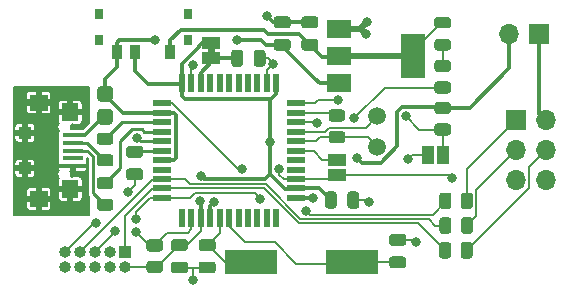
<source format=gtl>
%TF.GenerationSoftware,KiCad,Pcbnew,(5.1.10-1-10_14)*%
%TF.CreationDate,2021-09-18T20:20:20-04:00*%
%TF.ProjectId,WetProgrammer,57657450-726f-4677-9261-6d6d65722e6b,rev?*%
%TF.SameCoordinates,Original*%
%TF.FileFunction,Copper,L1,Top*%
%TF.FilePolarity,Positive*%
%FSLAX46Y46*%
G04 Gerber Fmt 4.6, Leading zero omitted, Abs format (unit mm)*
G04 Created by KiCad (PCBNEW (5.1.10-1-10_14)) date 2021-09-18 20:20:20*
%MOMM*%
%LPD*%
G01*
G04 APERTURE LIST*
%TA.AperFunction,EtchedComponent*%
%ADD10C,0.100000*%
%TD*%
%TA.AperFunction,SMDPad,CuDef*%
%ADD11R,4.500000X2.000000*%
%TD*%
%TA.AperFunction,ComponentPad*%
%ADD12O,1.700000X1.700000*%
%TD*%
%TA.AperFunction,ComponentPad*%
%ADD13R,1.700000X1.700000*%
%TD*%
%TA.AperFunction,SMDPad,CuDef*%
%ADD14R,1.100000X1.000000*%
%TD*%
%TA.AperFunction,SMDPad,CuDef*%
%ADD15R,1.500000X1.350000*%
%TD*%
%TA.AperFunction,SMDPad,CuDef*%
%ADD16R,1.400000X1.500000*%
%TD*%
%TA.AperFunction,SMDPad,CuDef*%
%ADD17R,1.800000X0.400000*%
%TD*%
%TA.AperFunction,SMDPad,CuDef*%
%ADD18R,1.500000X1.000000*%
%TD*%
%TA.AperFunction,SMDPad,CuDef*%
%ADD19R,2.000000X1.500000*%
%TD*%
%TA.AperFunction,SMDPad,CuDef*%
%ADD20R,2.000000X3.800000*%
%TD*%
%TA.AperFunction,SMDPad,CuDef*%
%ADD21R,0.550000X1.500000*%
%TD*%
%TA.AperFunction,SMDPad,CuDef*%
%ADD22R,1.500000X0.550000*%
%TD*%
%TA.AperFunction,SMDPad,CuDef*%
%ADD23C,1.500000*%
%TD*%
%TA.AperFunction,SMDPad,CuDef*%
%ADD24R,0.800000X0.900000*%
%TD*%
%TA.AperFunction,SMDPad,CuDef*%
%ADD25R,0.900000X1.250000*%
%TD*%
%TA.AperFunction,ComponentPad*%
%ADD26O,1.000000X1.000000*%
%TD*%
%TA.AperFunction,ComponentPad*%
%ADD27R,1.000000X1.000000*%
%TD*%
%TA.AperFunction,SMDPad,CuDef*%
%ADD28R,1.000000X1.500000*%
%TD*%
%TA.AperFunction,ViaPad*%
%ADD29C,0.800000*%
%TD*%
%TA.AperFunction,Conductor*%
%ADD30C,0.152400*%
%TD*%
%TA.AperFunction,Conductor*%
%ADD31C,0.250000*%
%TD*%
%TA.AperFunction,Conductor*%
%ADD32C,0.508000*%
%TD*%
%TA.AperFunction,Conductor*%
%ADD33C,0.304800*%
%TD*%
%TA.AperFunction,Conductor*%
%ADD34C,0.100000*%
%TD*%
G04 APERTURE END LIST*
D10*
%TO.C,JP1*%
G36*
X16923500Y20705000D02*
G01*
X16923500Y21205000D01*
X17523500Y21205000D01*
X17523500Y20705000D01*
X16923500Y20705000D01*
G37*
%TD*%
D11*
%TO.P,Y1,2*%
%TO.N,Net-(C2-Pad2)*%
X20642000Y3048000D03*
%TO.P,Y1,1*%
%TO.N,Net-(C1-Pad2)*%
X29142000Y3048000D03*
%TD*%
D12*
%TO.P,JP4,2*%
%TO.N,VCC*%
X42460000Y22415500D03*
D13*
%TO.P,JP4,1*%
%TO.N,/VProg*%
X45000000Y22415500D03*
%TD*%
%TO.P,F1,2*%
%TO.N,Net-(F1-Pad2)*%
%TA.AperFunction,SMDPad,CuDef*%
G36*
G01*
X7850000Y16037500D02*
X8650000Y16037500D01*
G75*
G02*
X8900000Y15787500I0J-250000D01*
G01*
X8900000Y14962500D01*
G75*
G02*
X8650000Y14712500I-250000J0D01*
G01*
X7850000Y14712500D01*
G75*
G02*
X7600000Y14962500I0J250000D01*
G01*
X7600000Y15787500D01*
G75*
G02*
X7850000Y16037500I250000J0D01*
G01*
G37*
%TD.AperFunction*%
%TO.P,F1,1*%
%TO.N,VBUS*%
%TA.AperFunction,SMDPad,CuDef*%
G36*
G01*
X7850000Y17962500D02*
X8650000Y17962500D01*
G75*
G02*
X8900000Y17712500I0J-250000D01*
G01*
X8900000Y16887500D01*
G75*
G02*
X8650000Y16637500I-250000J0D01*
G01*
X7850000Y16637500D01*
G75*
G02*
X7600000Y16887500I0J250000D01*
G01*
X7600000Y17712500D01*
G75*
G02*
X7850000Y17962500I250000J0D01*
G01*
G37*
%TD.AperFunction*%
%TD*%
D14*
%TO.P,J1,6*%
%TO.N,GND*%
X1459500Y11000000D03*
X1459500Y14000000D03*
D15*
X2630000Y16575000D03*
X2630000Y8425000D03*
D16*
X5309500Y15750000D03*
X5309500Y9250000D03*
D17*
%TO.P,J1,5*%
X5500000Y11200000D03*
%TO.P,J1,4*%
%TO.N,Net-(J1-Pad4)*%
X5500000Y11850000D03*
%TO.P,J1,1*%
%TO.N,Net-(F1-Pad2)*%
X5500000Y13800000D03*
%TO.P,J1,2*%
%TO.N,Net-(J1-Pad2)*%
X5500000Y13150000D03*
%TO.P,J1,3*%
%TO.N,Net-(J1-Pad3)*%
X5500000Y12500000D03*
%TD*%
D18*
%TO.P,JP1,2*%
%TO.N,VCC*%
X17223500Y21605000D03*
%TO.P,JP1,1*%
%TO.N,Net-(C3-Pad2)*%
X17223500Y20305000D03*
%TD*%
D19*
%TO.P,U2,1*%
%TO.N,GND*%
X28028500Y22810500D03*
%TO.P,U2,3*%
%TO.N,VBUS*%
X28028500Y18210500D03*
%TO.P,U2,2*%
%TO.N,+3V3*%
X28028500Y20510500D03*
D20*
X34328500Y20510500D03*
%TD*%
D21*
%TO.P,U1,44*%
%TO.N,VCC*%
X14750000Y18200000D03*
%TO.P,U1,43*%
%TO.N,GND*%
X15550000Y18200000D03*
%TO.P,U1,42*%
%TO.N,Net-(C3-Pad2)*%
X16350000Y18200000D03*
%TO.P,U1,41*%
%TO.N,Net-(U1-Pad41)*%
X17150000Y18200000D03*
%TO.P,U1,40*%
%TO.N,Net-(U1-Pad40)*%
X17950000Y18200000D03*
%TO.P,U1,39*%
%TO.N,Net-(U1-Pad39)*%
X18750000Y18200000D03*
%TO.P,U1,38*%
%TO.N,Net-(U1-Pad38)*%
X19550000Y18200000D03*
%TO.P,U1,37*%
%TO.N,Net-(U1-Pad37)*%
X20350000Y18200000D03*
%TO.P,U1,36*%
%TO.N,Net-(U1-Pad36)*%
X21150000Y18200000D03*
%TO.P,U1,35*%
%TO.N,GND*%
X21950000Y18200000D03*
%TO.P,U1,34*%
%TO.N,VCC*%
X22750000Y18200000D03*
D22*
%TO.P,U1,33*%
%TO.N,Net-(JP2-Pad1)*%
X24450000Y16500000D03*
%TO.P,U1,32*%
%TO.N,Net-(R4-Pad2)*%
X24450000Y15700000D03*
%TO.P,U1,31*%
%TO.N,Net-(R6-Pad2)*%
X24450000Y14900000D03*
%TO.P,U1,30*%
%TO.N,Net-(TP2-Pad1)*%
X24450000Y14100000D03*
%TO.P,U1,29*%
%TO.N,/DutClk*%
X24450000Y13300000D03*
%TO.P,U1,28*%
%TO.N,Net-(JP3-Pad1)*%
X24450000Y12500000D03*
%TO.P,U1,27*%
%TO.N,Net-(U1-Pad27)*%
X24450000Y11700000D03*
%TO.P,U1,26*%
%TO.N,Net-(U1-Pad26)*%
X24450000Y10900000D03*
%TO.P,U1,25*%
%TO.N,/DutRst*%
X24450000Y10100000D03*
%TO.P,U1,24*%
%TO.N,VCC*%
X24450000Y9300000D03*
%TO.P,U1,23*%
%TO.N,GND*%
X24450000Y8500000D03*
D21*
%TO.P,U1,22*%
%TO.N,Net-(U1-Pad22)*%
X22750000Y6800000D03*
%TO.P,U1,21*%
%TO.N,Net-(U1-Pad21)*%
X21950000Y6800000D03*
%TO.P,U1,20*%
%TO.N,Net-(U1-Pad20)*%
X21150000Y6800000D03*
%TO.P,U1,19*%
%TO.N,Net-(U1-Pad19)*%
X20350000Y6800000D03*
%TO.P,U1,18*%
%TO.N,Net-(U1-Pad18)*%
X19550000Y6800000D03*
%TO.P,U1,17*%
%TO.N,Net-(C1-Pad2)*%
X18750000Y6800000D03*
%TO.P,U1,16*%
%TO.N,Net-(C2-Pad2)*%
X17950000Y6800000D03*
%TO.P,U1,15*%
%TO.N,GND*%
X17150000Y6800000D03*
%TO.P,U1,14*%
%TO.N,VCC*%
X16350000Y6800000D03*
%TO.P,U1,13*%
%TO.N,/RstP*%
X15550000Y6800000D03*
%TO.P,U1,12*%
%TO.N,Net-(U1-Pad12)*%
X14750000Y6800000D03*
D22*
%TO.P,U1,11*%
%TO.N,/MISO*%
X13050000Y8500000D03*
%TO.P,U1,10*%
%TO.N,/MOSI*%
X13050000Y9300000D03*
%TO.P,U1,9*%
%TO.N,/SCK*%
X13050000Y10100000D03*
%TO.P,U1,8*%
%TO.N,Net-(U1-Pad8)*%
X13050000Y10900000D03*
%TO.P,U1,7*%
%TO.N,VBUS*%
X13050000Y11700000D03*
%TO.P,U1,6*%
%TO.N,Net-(C4-Pad1)*%
X13050000Y12500000D03*
%TO.P,U1,5*%
%TO.N,GND*%
X13050000Y13300000D03*
%TO.P,U1,4*%
%TO.N,Net-(R1-Pad1)*%
X13050000Y14100000D03*
%TO.P,U1,3*%
%TO.N,Net-(R2-Pad1)*%
X13050000Y14900000D03*
%TO.P,U1,2*%
%TO.N,VBUS*%
X13050000Y15700000D03*
%TO.P,U1,1*%
%TO.N,/DutRst*%
X13050000Y16500000D03*
%TD*%
D23*
%TO.P,TP3,1*%
%TO.N,/DutClk*%
X31305500Y12827000D03*
%TD*%
%TO.P,TP2,1*%
%TO.N,Net-(TP2-Pad1)*%
X31305500Y15430500D03*
%TD*%
D24*
%TO.P,SW1,6*%
%TO.N,N/C*%
X7700000Y21900000D03*
X15300000Y21900000D03*
X15300000Y24100000D03*
X7700000Y24100000D03*
D25*
%TO.P,SW1,1*%
%TO.N,VBUS*%
X9250000Y20875000D03*
%TO.P,SW1,2*%
%TO.N,VCC*%
X10750000Y20875000D03*
%TO.P,SW1,3*%
%TO.N,+3V3*%
X13750000Y20875000D03*
%TD*%
%TO.P,R9,2*%
%TO.N,/SCK*%
%TA.AperFunction,SMDPad,CuDef*%
G36*
G01*
X37573000Y6609501D02*
X37573000Y5709499D01*
G75*
G02*
X37323001Y5459500I-249999J0D01*
G01*
X36797999Y5459500D01*
G75*
G02*
X36548000Y5709499I0J249999D01*
G01*
X36548000Y6609501D01*
G75*
G02*
X36797999Y6859500I249999J0D01*
G01*
X37323001Y6859500D01*
G75*
G02*
X37573000Y6609501I0J-249999D01*
G01*
G37*
%TD.AperFunction*%
%TO.P,R9,1*%
%TO.N,Net-(J2-Pad3)*%
%TA.AperFunction,SMDPad,CuDef*%
G36*
G01*
X39398000Y6609501D02*
X39398000Y5709499D01*
G75*
G02*
X39148001Y5459500I-249999J0D01*
G01*
X38622999Y5459500D01*
G75*
G02*
X38373000Y5709499I0J249999D01*
G01*
X38373000Y6609501D01*
G75*
G02*
X38622999Y6859500I249999J0D01*
G01*
X39148001Y6859500D01*
G75*
G02*
X39398000Y6609501I0J-249999D01*
G01*
G37*
%TD.AperFunction*%
%TD*%
%TO.P,R8,2*%
%TO.N,/MOSI*%
%TA.AperFunction,SMDPad,CuDef*%
G36*
G01*
X37549500Y4514001D02*
X37549500Y3613999D01*
G75*
G02*
X37299501Y3364000I-249999J0D01*
G01*
X36774499Y3364000D01*
G75*
G02*
X36524500Y3613999I0J249999D01*
G01*
X36524500Y4514001D01*
G75*
G02*
X36774499Y4764000I249999J0D01*
G01*
X37299501Y4764000D01*
G75*
G02*
X37549500Y4514001I0J-249999D01*
G01*
G37*
%TD.AperFunction*%
%TO.P,R8,1*%
%TO.N,Net-(J2-Pad4)*%
%TA.AperFunction,SMDPad,CuDef*%
G36*
G01*
X39374500Y4514001D02*
X39374500Y3613999D01*
G75*
G02*
X39124501Y3364000I-249999J0D01*
G01*
X38599499Y3364000D01*
G75*
G02*
X38349500Y3613999I0J249999D01*
G01*
X38349500Y4514001D01*
G75*
G02*
X38599499Y4764000I249999J0D01*
G01*
X39124501Y4764000D01*
G75*
G02*
X39374500Y4514001I0J-249999D01*
G01*
G37*
%TD.AperFunction*%
%TD*%
%TO.P,R7,2*%
%TO.N,/MISO*%
%TA.AperFunction,SMDPad,CuDef*%
G36*
G01*
X37573000Y8705001D02*
X37573000Y7804999D01*
G75*
G02*
X37323001Y7555000I-249999J0D01*
G01*
X36797999Y7555000D01*
G75*
G02*
X36548000Y7804999I0J249999D01*
G01*
X36548000Y8705001D01*
G75*
G02*
X36797999Y8955000I249999J0D01*
G01*
X37323001Y8955000D01*
G75*
G02*
X37573000Y8705001I0J-249999D01*
G01*
G37*
%TD.AperFunction*%
%TO.P,R7,1*%
%TO.N,Net-(J2-Pad1)*%
%TA.AperFunction,SMDPad,CuDef*%
G36*
G01*
X39398000Y8705001D02*
X39398000Y7804999D01*
G75*
G02*
X39148001Y7555000I-249999J0D01*
G01*
X38622999Y7555000D01*
G75*
G02*
X38373000Y7804999I0J249999D01*
G01*
X38373000Y8705001D01*
G75*
G02*
X38622999Y8955000I249999J0D01*
G01*
X39148001Y8955000D01*
G75*
G02*
X39398000Y8705001I0J-249999D01*
G01*
G37*
%TD.AperFunction*%
%TD*%
%TO.P,R6,2*%
%TO.N,Net-(R6-Pad2)*%
%TA.AperFunction,SMDPad,CuDef*%
G36*
G01*
X36379999Y18356000D02*
X37280001Y18356000D01*
G75*
G02*
X37530000Y18106001I0J-249999D01*
G01*
X37530000Y17580999D01*
G75*
G02*
X37280001Y17331000I-249999J0D01*
G01*
X36379999Y17331000D01*
G75*
G02*
X36130000Y17580999I0J249999D01*
G01*
X36130000Y18106001D01*
G75*
G02*
X36379999Y18356000I249999J0D01*
G01*
G37*
%TD.AperFunction*%
%TO.P,R6,1*%
%TO.N,Net-(D1-Pad1)*%
%TA.AperFunction,SMDPad,CuDef*%
G36*
G01*
X36379999Y20181000D02*
X37280001Y20181000D01*
G75*
G02*
X37530000Y19931001I0J-249999D01*
G01*
X37530000Y19405999D01*
G75*
G02*
X37280001Y19156000I-249999J0D01*
G01*
X36379999Y19156000D01*
G75*
G02*
X36130000Y19405999I0J249999D01*
G01*
X36130000Y19931001D01*
G75*
G02*
X36379999Y20181000I249999J0D01*
G01*
G37*
%TD.AperFunction*%
%TD*%
%TO.P,R5,2*%
%TO.N,Net-(JP2-Pad1)*%
%TA.AperFunction,SMDPad,CuDef*%
G36*
G01*
X36379999Y14800000D02*
X37280001Y14800000D01*
G75*
G02*
X37530000Y14550001I0J-249999D01*
G01*
X37530000Y14024999D01*
G75*
G02*
X37280001Y13775000I-249999J0D01*
G01*
X36379999Y13775000D01*
G75*
G02*
X36130000Y14024999I0J249999D01*
G01*
X36130000Y14550001D01*
G75*
G02*
X36379999Y14800000I249999J0D01*
G01*
G37*
%TD.AperFunction*%
%TO.P,R5,1*%
%TO.N,VCC*%
%TA.AperFunction,SMDPad,CuDef*%
G36*
G01*
X36379999Y16625000D02*
X37280001Y16625000D01*
G75*
G02*
X37530000Y16375001I0J-249999D01*
G01*
X37530000Y15849999D01*
G75*
G02*
X37280001Y15600000I-249999J0D01*
G01*
X36379999Y15600000D01*
G75*
G02*
X36130000Y15849999I0J249999D01*
G01*
X36130000Y16375001D01*
G75*
G02*
X36379999Y16625000I249999J0D01*
G01*
G37*
%TD.AperFunction*%
%TD*%
%TO.P,R4,2*%
%TO.N,Net-(R4-Pad2)*%
%TA.AperFunction,SMDPad,CuDef*%
G36*
G01*
X28326501Y14965000D02*
X27426499Y14965000D01*
G75*
G02*
X27176500Y15214999I0J249999D01*
G01*
X27176500Y15740001D01*
G75*
G02*
X27426499Y15990000I249999J0D01*
G01*
X28326501Y15990000D01*
G75*
G02*
X28576500Y15740001I0J-249999D01*
G01*
X28576500Y15214999D01*
G75*
G02*
X28326501Y14965000I-249999J0D01*
G01*
G37*
%TD.AperFunction*%
%TO.P,R4,1*%
%TO.N,/DutClk*%
%TA.AperFunction,SMDPad,CuDef*%
G36*
G01*
X28326501Y13140000D02*
X27426499Y13140000D01*
G75*
G02*
X27176500Y13389999I0J249999D01*
G01*
X27176500Y13915001D01*
G75*
G02*
X27426499Y14165000I249999J0D01*
G01*
X28326501Y14165000D01*
G75*
G02*
X28576500Y13915001I0J-249999D01*
G01*
X28576500Y13389999D01*
G75*
G02*
X28326501Y13140000I-249999J0D01*
G01*
G37*
%TD.AperFunction*%
%TD*%
%TO.P,R3,2*%
%TO.N,/RstP*%
%TA.AperFunction,SMDPad,CuDef*%
G36*
G01*
X12896001Y3956000D02*
X11995999Y3956000D01*
G75*
G02*
X11746000Y4205999I0J249999D01*
G01*
X11746000Y4731001D01*
G75*
G02*
X11995999Y4981000I249999J0D01*
G01*
X12896001Y4981000D01*
G75*
G02*
X13146000Y4731001I0J-249999D01*
G01*
X13146000Y4205999D01*
G75*
G02*
X12896001Y3956000I-249999J0D01*
G01*
G37*
%TD.AperFunction*%
%TO.P,R3,1*%
%TO.N,VCC*%
%TA.AperFunction,SMDPad,CuDef*%
G36*
G01*
X12896001Y2131000D02*
X11995999Y2131000D01*
G75*
G02*
X11746000Y2380999I0J249999D01*
G01*
X11746000Y2906001D01*
G75*
G02*
X11995999Y3156000I249999J0D01*
G01*
X12896001Y3156000D01*
G75*
G02*
X13146000Y2906001I0J-249999D01*
G01*
X13146000Y2380999D01*
G75*
G02*
X12896001Y2131000I-249999J0D01*
G01*
G37*
%TD.AperFunction*%
%TD*%
%TO.P,R2,2*%
%TO.N,Net-(J1-Pad2)*%
%TA.AperFunction,SMDPad,CuDef*%
G36*
G01*
X7799999Y12187500D02*
X8700001Y12187500D01*
G75*
G02*
X8950000Y11937501I0J-249999D01*
G01*
X8950000Y11412499D01*
G75*
G02*
X8700001Y11162500I-249999J0D01*
G01*
X7799999Y11162500D01*
G75*
G02*
X7550000Y11412499I0J249999D01*
G01*
X7550000Y11937501D01*
G75*
G02*
X7799999Y12187500I249999J0D01*
G01*
G37*
%TD.AperFunction*%
%TO.P,R2,1*%
%TO.N,Net-(R2-Pad1)*%
%TA.AperFunction,SMDPad,CuDef*%
G36*
G01*
X7799999Y14012500D02*
X8700001Y14012500D01*
G75*
G02*
X8950000Y13762501I0J-249999D01*
G01*
X8950000Y13237499D01*
G75*
G02*
X8700001Y12987500I-249999J0D01*
G01*
X7799999Y12987500D01*
G75*
G02*
X7550000Y13237499I0J249999D01*
G01*
X7550000Y13762501D01*
G75*
G02*
X7799999Y14012500I249999J0D01*
G01*
G37*
%TD.AperFunction*%
%TD*%
%TO.P,R1,2*%
%TO.N,Net-(J1-Pad3)*%
%TA.AperFunction,SMDPad,CuDef*%
G36*
G01*
X7799999Y8437500D02*
X8700001Y8437500D01*
G75*
G02*
X8950000Y8187501I0J-249999D01*
G01*
X8950000Y7662499D01*
G75*
G02*
X8700001Y7412500I-249999J0D01*
G01*
X7799999Y7412500D01*
G75*
G02*
X7550000Y7662499I0J249999D01*
G01*
X7550000Y8187501D01*
G75*
G02*
X7799999Y8437500I249999J0D01*
G01*
G37*
%TD.AperFunction*%
%TO.P,R1,1*%
%TO.N,Net-(R1-Pad1)*%
%TA.AperFunction,SMDPad,CuDef*%
G36*
G01*
X7799999Y10262500D02*
X8700001Y10262500D01*
G75*
G02*
X8950000Y10012501I0J-249999D01*
G01*
X8950000Y9487499D01*
G75*
G02*
X8700001Y9237500I-249999J0D01*
G01*
X7799999Y9237500D01*
G75*
G02*
X7550000Y9487499I0J249999D01*
G01*
X7550000Y10012501D01*
G75*
G02*
X7799999Y10262500I249999J0D01*
G01*
G37*
%TD.AperFunction*%
%TD*%
D26*
%TO.P,32u4,10*%
%TO.N,GND*%
X4889500Y2667000D03*
%TO.P,32u4,9*%
%TO.N,/MISO*%
X4889500Y3937000D03*
%TO.P,32u4,8*%
%TO.N,GND*%
X6159500Y2667000D03*
%TO.P,32u4,7*%
%TO.N,/SCK*%
X6159500Y3937000D03*
%TO.P,32u4,6*%
%TO.N,GND*%
X7429500Y2667000D03*
%TO.P,32u4,5*%
%TO.N,/RstP*%
X7429500Y3937000D03*
%TO.P,32u4,4*%
%TO.N,GND*%
X8699500Y2667000D03*
%TO.P,32u4,3*%
%TO.N,Net-(JPROG1-Pad3)*%
X8699500Y3937000D03*
%TO.P,32u4,2*%
%TO.N,VCC*%
X9969500Y2667000D03*
D27*
%TO.P,32u4,1*%
%TO.N,/MOSI*%
X9969500Y3937000D03*
%TD*%
D18*
%TO.P,JP3,1*%
%TO.N,Net-(JP3-Pad1)*%
X27876500Y11714000D03*
%TO.P,JP3,2*%
%TO.N,/DutRst*%
X27876500Y10414000D03*
%TD*%
D28*
%TO.P,JP2,1*%
%TO.N,Net-(JP2-Pad1)*%
X36860000Y12128500D03*
%TO.P,JP2,2*%
%TO.N,GND*%
X35560000Y12128500D03*
%TD*%
D12*
%TO.P,DUT,6*%
%TO.N,GND*%
X45540000Y10033000D03*
%TO.P,DUT,5*%
%TO.N,/DutRst*%
X43000000Y10033000D03*
%TO.P,DUT,4*%
%TO.N,Net-(J2-Pad4)*%
X45540000Y12573000D03*
%TO.P,DUT,3*%
%TO.N,Net-(J2-Pad3)*%
X43000000Y12573000D03*
%TO.P,DUT,2*%
%TO.N,/VProg*%
X45540000Y15113000D03*
D13*
%TO.P,DUT,1*%
%TO.N,Net-(J2-Pad1)*%
X43000000Y15113000D03*
%TD*%
%TO.P,D1,2*%
%TO.N,+3V3*%
%TA.AperFunction,SMDPad,CuDef*%
G36*
G01*
X37286250Y22850500D02*
X36373750Y22850500D01*
G75*
G02*
X36130000Y23094250I0J243750D01*
G01*
X36130000Y23581750D01*
G75*
G02*
X36373750Y23825500I243750J0D01*
G01*
X37286250Y23825500D01*
G75*
G02*
X37530000Y23581750I0J-243750D01*
G01*
X37530000Y23094250D01*
G75*
G02*
X37286250Y22850500I-243750J0D01*
G01*
G37*
%TD.AperFunction*%
%TO.P,D1,1*%
%TO.N,Net-(D1-Pad1)*%
%TA.AperFunction,SMDPad,CuDef*%
G36*
G01*
X37286250Y20975500D02*
X36373750Y20975500D01*
G75*
G02*
X36130000Y21219250I0J243750D01*
G01*
X36130000Y21706750D01*
G75*
G02*
X36373750Y21950500I243750J0D01*
G01*
X37286250Y21950500D01*
G75*
G02*
X37530000Y21706750I0J-243750D01*
G01*
X37530000Y21219250D01*
G75*
G02*
X37286250Y20975500I-243750J0D01*
G01*
G37*
%TD.AperFunction*%
%TD*%
%TO.P,C8,2*%
%TO.N,GND*%
%TA.AperFunction,SMDPad,CuDef*%
G36*
G01*
X26065500Y22863000D02*
X25115500Y22863000D01*
G75*
G02*
X24865500Y23113000I0J250000D01*
G01*
X24865500Y23613000D01*
G75*
G02*
X25115500Y23863000I250000J0D01*
G01*
X26065500Y23863000D01*
G75*
G02*
X26315500Y23613000I0J-250000D01*
G01*
X26315500Y23113000D01*
G75*
G02*
X26065500Y22863000I-250000J0D01*
G01*
G37*
%TD.AperFunction*%
%TO.P,C8,1*%
%TO.N,+3V3*%
%TA.AperFunction,SMDPad,CuDef*%
G36*
G01*
X26065500Y20963000D02*
X25115500Y20963000D01*
G75*
G02*
X24865500Y21213000I0J250000D01*
G01*
X24865500Y21713000D01*
G75*
G02*
X25115500Y21963000I250000J0D01*
G01*
X26065500Y21963000D01*
G75*
G02*
X26315500Y21713000I0J-250000D01*
G01*
X26315500Y21213000D01*
G75*
G02*
X26065500Y20963000I-250000J0D01*
G01*
G37*
%TD.AperFunction*%
%TD*%
%TO.P,C7,2*%
%TO.N,GND*%
%TA.AperFunction,SMDPad,CuDef*%
G36*
G01*
X23716000Y22863000D02*
X22766000Y22863000D01*
G75*
G02*
X22516000Y23113000I0J250000D01*
G01*
X22516000Y23613000D01*
G75*
G02*
X22766000Y23863000I250000J0D01*
G01*
X23716000Y23863000D01*
G75*
G02*
X23966000Y23613000I0J-250000D01*
G01*
X23966000Y23113000D01*
G75*
G02*
X23716000Y22863000I-250000J0D01*
G01*
G37*
%TD.AperFunction*%
%TO.P,C7,1*%
%TO.N,VBUS*%
%TA.AperFunction,SMDPad,CuDef*%
G36*
G01*
X23716000Y20963000D02*
X22766000Y20963000D01*
G75*
G02*
X22516000Y21213000I0J250000D01*
G01*
X22516000Y21713000D01*
G75*
G02*
X22766000Y21963000I250000J0D01*
G01*
X23716000Y21963000D01*
G75*
G02*
X23966000Y21713000I0J-250000D01*
G01*
X23966000Y21213000D01*
G75*
G02*
X23716000Y20963000I-250000J0D01*
G01*
G37*
%TD.AperFunction*%
%TD*%
%TO.P,C6,2*%
%TO.N,VCC*%
%TA.AperFunction,SMDPad,CuDef*%
G36*
G01*
X27871000Y8793500D02*
X27871000Y7843500D01*
G75*
G02*
X27621000Y7593500I-250000J0D01*
G01*
X27121000Y7593500D01*
G75*
G02*
X26871000Y7843500I0J250000D01*
G01*
X26871000Y8793500D01*
G75*
G02*
X27121000Y9043500I250000J0D01*
G01*
X27621000Y9043500D01*
G75*
G02*
X27871000Y8793500I0J-250000D01*
G01*
G37*
%TD.AperFunction*%
%TO.P,C6,1*%
%TO.N,GND*%
%TA.AperFunction,SMDPad,CuDef*%
G36*
G01*
X29771000Y8793500D02*
X29771000Y7843500D01*
G75*
G02*
X29521000Y7593500I-250000J0D01*
G01*
X29021000Y7593500D01*
G75*
G02*
X28771000Y7843500I0J250000D01*
G01*
X28771000Y8793500D01*
G75*
G02*
X29021000Y9043500I250000J0D01*
G01*
X29521000Y9043500D01*
G75*
G02*
X29771000Y8793500I0J-250000D01*
G01*
G37*
%TD.AperFunction*%
%TD*%
%TO.P,C5,2*%
%TO.N,VCC*%
%TA.AperFunction,SMDPad,CuDef*%
G36*
G01*
X15016500Y4006000D02*
X14066500Y4006000D01*
G75*
G02*
X13816500Y4256000I0J250000D01*
G01*
X13816500Y4756000D01*
G75*
G02*
X14066500Y5006000I250000J0D01*
G01*
X15016500Y5006000D01*
G75*
G02*
X15266500Y4756000I0J-250000D01*
G01*
X15266500Y4256000D01*
G75*
G02*
X15016500Y4006000I-250000J0D01*
G01*
G37*
%TD.AperFunction*%
%TO.P,C5,1*%
%TO.N,GND*%
%TA.AperFunction,SMDPad,CuDef*%
G36*
G01*
X15016500Y2106000D02*
X14066500Y2106000D01*
G75*
G02*
X13816500Y2356000I0J250000D01*
G01*
X13816500Y2856000D01*
G75*
G02*
X14066500Y3106000I250000J0D01*
G01*
X15016500Y3106000D01*
G75*
G02*
X15266500Y2856000I0J-250000D01*
G01*
X15266500Y2356000D01*
G75*
G02*
X15016500Y2106000I-250000J0D01*
G01*
G37*
%TD.AperFunction*%
%TD*%
%TO.P,C4,2*%
%TO.N,GND*%
%TA.AperFunction,SMDPad,CuDef*%
G36*
G01*
X10275000Y11000000D02*
X11225000Y11000000D01*
G75*
G02*
X11475000Y10750000I0J-250000D01*
G01*
X11475000Y10250000D01*
G75*
G02*
X11225000Y10000000I-250000J0D01*
G01*
X10275000Y10000000D01*
G75*
G02*
X10025000Y10250000I0J250000D01*
G01*
X10025000Y10750000D01*
G75*
G02*
X10275000Y11000000I250000J0D01*
G01*
G37*
%TD.AperFunction*%
%TO.P,C4,1*%
%TO.N,Net-(C4-Pad1)*%
%TA.AperFunction,SMDPad,CuDef*%
G36*
G01*
X10275000Y12900000D02*
X11225000Y12900000D01*
G75*
G02*
X11475000Y12650000I0J-250000D01*
G01*
X11475000Y12150000D01*
G75*
G02*
X11225000Y11900000I-250000J0D01*
G01*
X10275000Y11900000D01*
G75*
G02*
X10025000Y12150000I0J250000D01*
G01*
X10025000Y12650000D01*
G75*
G02*
X10275000Y12900000I250000J0D01*
G01*
G37*
%TD.AperFunction*%
%TD*%
%TO.P,C3,2*%
%TO.N,Net-(C3-Pad2)*%
%TA.AperFunction,SMDPad,CuDef*%
G36*
G01*
X19936000Y20795000D02*
X19936000Y19845000D01*
G75*
G02*
X19686000Y19595000I-250000J0D01*
G01*
X19186000Y19595000D01*
G75*
G02*
X18936000Y19845000I0J250000D01*
G01*
X18936000Y20795000D01*
G75*
G02*
X19186000Y21045000I250000J0D01*
G01*
X19686000Y21045000D01*
G75*
G02*
X19936000Y20795000I0J-250000D01*
G01*
G37*
%TD.AperFunction*%
%TO.P,C3,1*%
%TO.N,GND*%
%TA.AperFunction,SMDPad,CuDef*%
G36*
G01*
X21836000Y20795000D02*
X21836000Y19845000D01*
G75*
G02*
X21586000Y19595000I-250000J0D01*
G01*
X21086000Y19595000D01*
G75*
G02*
X20836000Y19845000I0J250000D01*
G01*
X20836000Y20795000D01*
G75*
G02*
X21086000Y21045000I250000J0D01*
G01*
X21586000Y21045000D01*
G75*
G02*
X21836000Y20795000I0J-250000D01*
G01*
G37*
%TD.AperFunction*%
%TD*%
%TO.P,C2,2*%
%TO.N,Net-(C2-Pad2)*%
%TA.AperFunction,SMDPad,CuDef*%
G36*
G01*
X17366000Y4003500D02*
X16416000Y4003500D01*
G75*
G02*
X16166000Y4253500I0J250000D01*
G01*
X16166000Y4753500D01*
G75*
G02*
X16416000Y5003500I250000J0D01*
G01*
X17366000Y5003500D01*
G75*
G02*
X17616000Y4753500I0J-250000D01*
G01*
X17616000Y4253500D01*
G75*
G02*
X17366000Y4003500I-250000J0D01*
G01*
G37*
%TD.AperFunction*%
%TO.P,C2,1*%
%TO.N,GND*%
%TA.AperFunction,SMDPad,CuDef*%
G36*
G01*
X17366000Y2103500D02*
X16416000Y2103500D01*
G75*
G02*
X16166000Y2353500I0J250000D01*
G01*
X16166000Y2853500D01*
G75*
G02*
X16416000Y3103500I250000J0D01*
G01*
X17366000Y3103500D01*
G75*
G02*
X17616000Y2853500I0J-250000D01*
G01*
X17616000Y2353500D01*
G75*
G02*
X17366000Y2103500I-250000J0D01*
G01*
G37*
%TD.AperFunction*%
%TD*%
%TO.P,C1,2*%
%TO.N,Net-(C1-Pad2)*%
%TA.AperFunction,SMDPad,CuDef*%
G36*
G01*
X32545000Y3548000D02*
X33495000Y3548000D01*
G75*
G02*
X33745000Y3298000I0J-250000D01*
G01*
X33745000Y2798000D01*
G75*
G02*
X33495000Y2548000I-250000J0D01*
G01*
X32545000Y2548000D01*
G75*
G02*
X32295000Y2798000I0J250000D01*
G01*
X32295000Y3298000D01*
G75*
G02*
X32545000Y3548000I250000J0D01*
G01*
G37*
%TD.AperFunction*%
%TO.P,C1,1*%
%TO.N,GND*%
%TA.AperFunction,SMDPad,CuDef*%
G36*
G01*
X32545000Y5448000D02*
X33495000Y5448000D01*
G75*
G02*
X33745000Y5198000I0J-250000D01*
G01*
X33745000Y4698000D01*
G75*
G02*
X33495000Y4448000I-250000J0D01*
G01*
X32545000Y4448000D01*
G75*
G02*
X32295000Y4698000I0J250000D01*
G01*
X32295000Y5198000D01*
G75*
G02*
X32545000Y5448000I250000J0D01*
G01*
G37*
%TD.AperFunction*%
%TD*%
D29*
%TO.N,GND*%
X1000000Y12500000D03*
X1000000Y8500000D03*
X1000000Y16500000D03*
X6500000Y17500000D03*
X5500000Y17500000D03*
X4500000Y17500000D03*
X1000000Y17500000D03*
X1000000Y15500000D03*
X1000000Y9500000D03*
X1000000Y7500000D03*
X6500000Y7500000D03*
X5500000Y7500000D03*
X4500000Y7500000D03*
X10985500Y13589000D03*
X30416500Y23368000D03*
X30353000Y22352000D03*
X21971000Y23876000D03*
X15684500Y1524000D03*
X10160000Y9017000D03*
X17438386Y8127781D03*
X30607000Y8191500D03*
X34544000Y4762500D03*
X33909000Y11811000D03*
X25865835Y8489407D03*
X15690696Y19742304D03*
X22479000Y19875500D03*
%TO.N,VCC*%
X16256000Y8213790D03*
X16383000Y10350500D03*
X22225000Y13208000D03*
X29591000Y11874500D03*
%TO.N,VBUS*%
X12446000Y21844000D03*
X19431000Y21844000D03*
%TO.N,/DutRst*%
X37592000Y10160000D03*
X19812000Y10985500D03*
X22987000Y10922000D03*
%TO.N,Net-(JP2-Pad1)*%
X27940000Y16764000D03*
X33718500Y15430500D03*
%TO.N,/MISO*%
X7493000Y6413500D03*
X10858500Y6731000D03*
X21399500Y8445500D03*
X25273000Y7429500D03*
%TO.N,/RstP*%
X9080500Y5715000D03*
X10858500Y5651500D03*
%TO.N,Net-(R6-Pad2)*%
X26225500Y14859000D03*
X29337000Y15240000D03*
%TD*%
D30*
%TO.N,Net-(C1-Pad2)*%
X18732500Y6095338D02*
X18732500Y6794500D01*
X20065669Y4762169D02*
X18732500Y6095338D01*
X24447500Y2921000D02*
X22606331Y4762169D01*
X22606331Y4762169D02*
X20065669Y4762169D01*
X29146500Y2921000D02*
X24447500Y2921000D01*
X33020000Y3109000D02*
X29271000Y3109000D01*
X29271000Y3109000D02*
X29083000Y2921000D01*
D31*
%TO.N,GND*%
X13050000Y13300000D02*
X11274500Y13300000D01*
X11274500Y13300000D02*
X10985500Y13589000D01*
D32*
X29859000Y22810500D02*
X30416500Y23368000D01*
X28028500Y22810500D02*
X29859000Y22810500D01*
X29859000Y22810500D02*
X29894500Y22810500D01*
X29894500Y22810500D02*
X30353000Y22352000D01*
D33*
X22484000Y23363000D02*
X21971000Y23876000D01*
X23241000Y23363000D02*
X22484000Y23363000D01*
X23241000Y23363000D02*
X25585500Y23363000D01*
D30*
X14605000Y2603500D02*
X14478000Y2603500D01*
X15684500Y2603500D02*
X14605000Y2603500D01*
X15684500Y1524000D02*
X15684500Y2603500D01*
X16891000Y2603500D02*
X15684500Y2603500D01*
X10750000Y9607000D02*
X10160000Y9017000D01*
X10750000Y10500000D02*
X10750000Y9607000D01*
D33*
X17150000Y7839395D02*
X17438386Y8127781D01*
X17150000Y6800000D02*
X17150000Y7839395D01*
D30*
X30480000Y8318500D02*
X30607000Y8191500D01*
X29271000Y8318500D02*
X30480000Y8318500D01*
X34358500Y4948000D02*
X34544000Y4762500D01*
X33020000Y4948000D02*
X34358500Y4948000D01*
X34226500Y12128500D02*
X33909000Y11811000D01*
X35560000Y12128500D02*
X34226500Y12128500D01*
D33*
X25855242Y8500000D02*
X25865835Y8489407D01*
X24450000Y8500000D02*
X25855242Y8500000D01*
X29271000Y8318500D02*
X29400500Y8318500D01*
D30*
X15550000Y18200000D02*
X15550000Y19601608D01*
X15550000Y19601608D02*
X15690696Y19742304D01*
X21336000Y20320000D02*
X22034500Y20320000D01*
X22034500Y20320000D02*
X22479000Y19875500D01*
X21950000Y18200000D02*
X21950000Y19346500D01*
X21950000Y19346500D02*
X22479000Y19875500D01*
%TO.N,Net-(C2-Pad2)*%
X18554000Y2909000D02*
X20672000Y2909000D01*
X16954500Y4508500D02*
X18554000Y2909000D01*
X17950000Y5504000D02*
X16954500Y4508500D01*
X17950000Y6800000D02*
X17950000Y5504000D01*
D33*
%TO.N,Net-(C3-Pad2)*%
X19436000Y20320000D02*
X17272000Y20320000D01*
X16350000Y19109944D02*
X17223500Y19983444D01*
X17223500Y19983444D02*
X17223500Y20305000D01*
X16350000Y18200000D02*
X16350000Y19109944D01*
D31*
%TO.N,Net-(C4-Pad1)*%
X13050000Y12500000D02*
X11000000Y12500000D01*
D33*
%TO.N,VCC*%
X10750000Y20875000D02*
X10750000Y19285500D01*
X10750000Y19285500D02*
X11874500Y18161000D01*
X11874500Y18161000D02*
X14732000Y18161000D01*
X14750000Y17145200D02*
X15004200Y16891000D01*
X14750000Y18200000D02*
X14750000Y17145200D01*
X22300322Y16891000D02*
X22733000Y17323678D01*
X15004200Y16891000D02*
X22300322Y16891000D01*
X22733000Y17323678D02*
X22733000Y18224500D01*
D30*
X9969500Y2667000D02*
X12382500Y2667000D01*
X12446000Y2643500D02*
X12676500Y2643500D01*
X12676500Y2643500D02*
X12915662Y2643500D01*
X12676500Y2643500D02*
X14541500Y4508500D01*
X14541500Y4506000D02*
X14793000Y4506000D01*
D33*
X23524446Y9271000D02*
X23619678Y9271000D01*
X22234599Y10560847D02*
X23524446Y9271000D01*
X22300322Y16891000D02*
X22234599Y16825277D01*
X16350000Y6800000D02*
X16350000Y8119790D01*
D30*
X16350000Y8119790D02*
X16256000Y8213790D01*
D33*
X22234599Y10560847D02*
X22234599Y10550599D01*
X22234599Y10550599D02*
X21780500Y10096500D01*
X16637000Y10096500D02*
X16383000Y10350500D01*
X21780500Y10096500D02*
X16637000Y10096500D01*
X23524446Y9271000D02*
X24447500Y9271000D01*
X26355000Y9334500D02*
X27371000Y8318500D01*
X24447500Y9334500D02*
X26355000Y9334500D01*
X39116000Y16129000D02*
X36830000Y16129000D01*
X42460000Y19473000D02*
X39116000Y16129000D01*
X42460000Y22415500D02*
X42460000Y19473000D01*
X22234599Y13198401D02*
X22225000Y13208000D01*
X22225000Y13208000D02*
X22234599Y10560847D01*
X22234599Y16825277D02*
X22234599Y13198401D01*
X29990999Y11474501D02*
X31584555Y11474501D01*
X32966099Y15791653D02*
X33357347Y16182901D01*
X32966099Y12856045D02*
X32966099Y15791653D01*
X29591000Y11874500D02*
X29990999Y11474501D01*
X33357347Y16182901D02*
X36712599Y16182901D01*
X31584555Y11474501D02*
X32966099Y12856045D01*
X36712599Y16182901D02*
X36830000Y16065500D01*
D30*
X16350000Y6800000D02*
X16350000Y5682000D01*
X14986000Y4445000D02*
X14859000Y4572000D01*
X16350000Y5682000D02*
X15113000Y4445000D01*
X14859000Y4572000D02*
X14668500Y4572000D01*
X14668500Y4572000D02*
X14541500Y4445000D01*
X15113000Y4445000D02*
X14986000Y4445000D01*
D33*
X16446500Y21590000D02*
X16624178Y21590000D01*
X16192500Y21336000D02*
X16446500Y21590000D01*
X16192500Y21308178D02*
X16192500Y21336000D01*
X14750000Y19865678D02*
X16192500Y21308178D01*
X14750000Y18200000D02*
X14750000Y19865678D01*
%TO.N,VBUS*%
X12300000Y15700000D02*
X9800000Y15700000D01*
X9800000Y15700000D02*
X8250000Y17250000D01*
X14050000Y15700000D02*
X14250000Y15500000D01*
X13050000Y15700000D02*
X14050000Y15700000D01*
X14250000Y11900000D02*
X14250000Y15500000D01*
X14050000Y11700000D02*
X14250000Y11900000D01*
X13050000Y11700000D02*
X14050000Y11700000D01*
X8250000Y17250000D02*
X8250000Y18600500D01*
X8250000Y18600500D02*
X9271000Y19621500D01*
X9271000Y19621500D02*
X9271000Y20828000D01*
X21844000Y21463000D02*
X21463000Y21844000D01*
X23241000Y21463000D02*
X21844000Y21463000D01*
X19431000Y21844000D02*
X21463000Y21844000D01*
X9453099Y21852401D02*
X12437599Y21852401D01*
X9250000Y21649302D02*
X9453099Y21852401D01*
X12437599Y21852401D02*
X12446000Y21844000D01*
X9250000Y20875000D02*
X9250000Y21649302D01*
X26035000Y18605500D02*
X23177500Y21463000D01*
X26430000Y18210500D02*
X26035000Y18605500D01*
X28028500Y18210500D02*
X26430000Y18210500D01*
D32*
%TO.N,+3V3*%
X34328500Y20510500D02*
X27940000Y20510500D01*
D33*
X26606500Y20447000D02*
X28003500Y20447000D01*
X13750000Y20875000D02*
X13750000Y21834322D01*
X21687554Y22733000D02*
X22058956Y22361598D01*
X14648678Y22733000D02*
X21687554Y22733000D01*
X22058956Y22361598D02*
X24691902Y22361598D01*
X13750000Y21834322D02*
X14648678Y22733000D01*
X24691902Y22361598D02*
X26606500Y20447000D01*
D30*
X34328500Y20510500D02*
X34328500Y20930000D01*
X34328500Y20930000D02*
X36703000Y23304500D01*
%TO.N,Net-(D1-Pad1)*%
X36830000Y21463000D02*
X36830000Y19748500D01*
D33*
%TO.N,Net-(F1-Pad2)*%
X5500000Y13800000D02*
X6550000Y13800000D01*
X7000000Y14250000D02*
X8250000Y15500000D01*
X6550000Y13800000D02*
X7000000Y14250000D01*
D31*
%TO.N,Net-(J1-Pad2)*%
X6736410Y13150000D02*
X8136410Y11750000D01*
X5500000Y13150000D02*
X6736410Y13150000D01*
%TO.N,Net-(J1-Pad3)*%
X7224990Y8950010D02*
X7224990Y11174320D01*
X8250000Y7925000D02*
X7224990Y8950010D01*
X7224990Y12025010D02*
X6750000Y12500000D01*
X7224990Y11174320D02*
X7224990Y12025010D01*
X6750000Y12500000D02*
X6500000Y12500000D01*
X6500000Y12500000D02*
X5500000Y12500000D01*
D30*
%TO.N,/DutRst*%
X24450000Y10100000D02*
X27626000Y10100000D01*
X27626000Y10100000D02*
X27876500Y10350500D01*
X37338000Y10414000D02*
X37592000Y10160000D01*
X27876500Y10414000D02*
X37338000Y10414000D01*
X13952400Y16500000D02*
X19466900Y10985500D01*
X13050000Y16500000D02*
X13952400Y16500000D01*
X19466900Y10985500D02*
X19812000Y10985500D01*
X24450000Y10100000D02*
X23364500Y10100000D01*
X22987000Y10477500D02*
X22987000Y10922000D01*
X23364500Y10100000D02*
X22987000Y10477500D01*
%TO.N,Net-(J2-Pad4)*%
X38862000Y4064000D02*
X40195500Y5397500D01*
X44126201Y9328201D02*
X44126201Y11106201D01*
X40195500Y5397500D02*
X44126201Y9328201D01*
X44126201Y11106201D02*
X45593000Y12573000D01*
X45593000Y12573000D02*
X45529500Y12573000D01*
%TO.N,Net-(J2-Pad3)*%
X39674210Y6948210D02*
X39674210Y9194210D01*
X38885500Y6159500D02*
X39674210Y6948210D01*
X39674210Y9194210D02*
X43053000Y12573000D01*
D33*
%TO.N,/VProg*%
X45000000Y22415500D02*
X45000000Y15642500D01*
D30*
%TO.N,Net-(J2-Pad1)*%
X38885500Y8255000D02*
X38885500Y10945500D01*
X38885500Y10945500D02*
X43053000Y15113000D01*
%TO.N,Net-(JP2-Pad1)*%
X27940000Y16764000D02*
X26289000Y16764000D01*
X26289000Y16764000D02*
X26035000Y16510000D01*
X26035000Y16510000D02*
X24447500Y16510000D01*
X36860000Y12128500D02*
X36860000Y14194000D01*
X36860000Y14194000D02*
X36830000Y14224000D01*
X36830000Y14287500D02*
X34861500Y14287500D01*
X34861500Y14287500D02*
X33718500Y15430500D01*
%TO.N,Net-(JP3-Pad1)*%
X27876500Y11714000D02*
X26640000Y11714000D01*
X26640000Y11714000D02*
X25908000Y12446000D01*
X25908000Y12446000D02*
X24511000Y12446000D01*
%TO.N,/MISO*%
X4889500Y3937000D02*
X7429500Y6477000D01*
X7429500Y6477000D02*
X7493000Y6413500D01*
X12065000Y8509000D02*
X13017500Y8509000D01*
X10858500Y7302500D02*
X12065000Y8509000D01*
X10858500Y6731000D02*
X10858500Y7302500D01*
X15826720Y8890000D02*
X20955000Y8890000D01*
X13050000Y8500000D02*
X15436720Y8500000D01*
X15436720Y8500000D02*
X15826720Y8890000D01*
X20955000Y8890000D02*
X21399500Y8445500D01*
X35985501Y7093001D02*
X25609499Y7093001D01*
X37147500Y8255000D02*
X35985501Y7093001D01*
X25609499Y7093001D02*
X25273000Y7429500D01*
%TO.N,/SCK*%
X6159500Y3937000D02*
X8191500Y5969000D01*
X8191500Y5969000D02*
X12319000Y10096500D01*
X12319000Y10096500D02*
X13081000Y10096500D01*
X36195000Y6159500D02*
X37020500Y6159500D01*
X35648708Y6705792D02*
X36195000Y6159500D01*
X14982500Y10100000D02*
X15430500Y9652000D01*
X24780592Y6705792D02*
X35648708Y6705792D01*
X21834384Y9652000D02*
X24780592Y6705792D01*
X15430500Y9652000D02*
X21834384Y9652000D01*
X13050000Y10100000D02*
X14982500Y10100000D01*
%TO.N,/RstP*%
X15550000Y6800000D02*
X15550000Y5834500D01*
X15550000Y5834500D02*
X15240000Y5524500D01*
X15240000Y5524500D02*
X13525500Y5524500D01*
X13525500Y5524500D02*
X12509500Y4508500D01*
X7429500Y3937000D02*
X9017000Y5524500D01*
X9017000Y5651500D02*
X9080500Y5715000D01*
X9017000Y5524500D02*
X9017000Y5651500D01*
X10858500Y5651500D02*
X12001500Y4508500D01*
X12001500Y4508500D02*
X12382500Y4508500D01*
%TO.N,/MOSI*%
X9969500Y6941662D02*
X9969500Y3937000D01*
X12327838Y9300000D02*
X9969500Y6941662D01*
X13050000Y9300000D02*
X12327838Y9300000D01*
X13050000Y9300000D02*
X15284116Y9300000D01*
X15284116Y9300000D02*
X15284527Y9299589D01*
X24634619Y6353381D02*
X34731119Y6353381D01*
X15284527Y9299589D02*
X21688411Y9299589D01*
X34731119Y6353381D02*
X37020500Y4064000D01*
X21688411Y9299589D02*
X24634619Y6353381D01*
D31*
%TO.N,Net-(R1-Pad1)*%
X13050000Y14100000D02*
X11547504Y14100000D01*
X9500000Y11000000D02*
X8250000Y9750000D01*
X11547504Y14100000D02*
X11333502Y14314002D01*
X11333502Y14314002D02*
X10529917Y14314002D01*
X10529917Y14314002D02*
X9500000Y13284085D01*
X9500000Y13284085D02*
X9500000Y11000000D01*
%TO.N,Net-(R2-Pad1)*%
X12300000Y14900000D02*
X9650000Y14900000D01*
X9650000Y14900000D02*
X8250000Y13500000D01*
D30*
%TO.N,Net-(R4-Pad2)*%
X24450000Y15700000D02*
X27670500Y15700000D01*
%TO.N,/DutClk*%
X31305500Y12827000D02*
X30480000Y13652500D01*
X30480000Y13652500D02*
X27876500Y13652500D01*
X27876500Y13652500D02*
X26422500Y13652500D01*
X26422500Y13652500D02*
X26070000Y13300000D01*
X24450000Y13300000D02*
X26070000Y13300000D01*
%TO.N,Net-(R6-Pad2)*%
X26184500Y14900000D02*
X26225500Y14859000D01*
X24450000Y14900000D02*
X26184500Y14900000D01*
X36655391Y17827609D02*
X36703000Y17780000D01*
X31924609Y17827609D02*
X36655391Y17827609D01*
X29337000Y15240000D02*
X31924609Y17827609D01*
%TO.N,Net-(TP2-Pad1)*%
X27208534Y14441210D02*
X29754790Y14441210D01*
X26867324Y14100000D02*
X27208534Y14441210D01*
X24450000Y14100000D02*
X26867324Y14100000D01*
X29754790Y14441210D02*
X29818290Y14441210D01*
X29754790Y14441210D02*
X30316210Y14441210D01*
X30316210Y14441210D02*
X31305500Y15430500D01*
%TD*%
%TO.N,GND*%
X6923800Y14856299D02*
X6675518Y14608017D01*
X6675513Y14608013D01*
X6399298Y14331797D01*
X5338109Y14331797D01*
X5360200Y14442855D01*
X5360200Y14557145D01*
X5337903Y14669238D01*
X5337670Y14669800D01*
X5487302Y14669800D01*
X5487302Y14752348D01*
X5569850Y14669800D01*
X6009500Y14668202D01*
X6074231Y14674577D01*
X6136474Y14693459D01*
X6193837Y14724120D01*
X6244117Y14765383D01*
X6285380Y14815663D01*
X6316041Y14873026D01*
X6334923Y14935269D01*
X6341298Y15000000D01*
X6339700Y15489650D01*
X6257150Y15572200D01*
X5487300Y15572200D01*
X5487300Y15552200D01*
X5131700Y15552200D01*
X5131700Y15572200D01*
X4361850Y15572200D01*
X4279300Y15489650D01*
X4277702Y15000000D01*
X4284077Y14935269D01*
X4302959Y14873026D01*
X4315620Y14849339D01*
X4265834Y14774828D01*
X4222097Y14669238D01*
X4199800Y14557145D01*
X4199800Y14442855D01*
X4222097Y14330762D01*
X4265834Y14225172D01*
X4310343Y14158559D01*
X4293460Y14126973D01*
X4274578Y14064730D01*
X4268203Y14000000D01*
X4268203Y13600000D01*
X4274578Y13535270D01*
X4292861Y13475000D01*
X4274578Y13414730D01*
X4268203Y13350000D01*
X4268203Y12950000D01*
X4274578Y12885270D01*
X4292861Y12825000D01*
X4274578Y12764730D01*
X4268203Y12700000D01*
X4268203Y12300000D01*
X4274578Y12235270D01*
X4292861Y12175000D01*
X4274578Y12114730D01*
X4268203Y12050000D01*
X4268203Y11650000D01*
X4274578Y11585270D01*
X4292907Y11524850D01*
X4274772Y11465700D01*
X4269800Y11406350D01*
X4352350Y11323800D01*
X4543170Y11323800D01*
X4600000Y11318203D01*
X6400000Y11318203D01*
X6456830Y11323800D01*
X6647650Y11323800D01*
X6730200Y11406350D01*
X6725228Y11465700D01*
X6707093Y11524850D01*
X6725422Y11585270D01*
X6731797Y11650000D01*
X6731797Y11874453D01*
X6769791Y11836460D01*
X6769790Y11151964D01*
X6769791Y11151954D01*
X6769790Y8972359D01*
X6767589Y8950010D01*
X6769790Y8927661D01*
X6769790Y8927654D01*
X6776377Y8860776D01*
X6802406Y8774971D01*
X6844674Y8695892D01*
X6901558Y8626578D01*
X6918929Y8612322D01*
X6923800Y8607451D01*
X6923800Y7076200D01*
X576200Y7076200D01*
X576200Y7750000D01*
X1548202Y7750000D01*
X1554577Y7685269D01*
X1573459Y7623026D01*
X1604120Y7565663D01*
X1645383Y7515383D01*
X1695663Y7474120D01*
X1753026Y7443459D01*
X1815269Y7424577D01*
X1880000Y7418202D01*
X2369650Y7419800D01*
X2452200Y7502350D01*
X2452200Y8247200D01*
X2807800Y8247200D01*
X2807800Y7502350D01*
X2890350Y7419800D01*
X3380000Y7418202D01*
X3444731Y7424577D01*
X3506974Y7443459D01*
X3564337Y7474120D01*
X3614617Y7515383D01*
X3655880Y7565663D01*
X3686541Y7623026D01*
X3705423Y7685269D01*
X3711798Y7750000D01*
X3710200Y8164650D01*
X3627650Y8247200D01*
X2807800Y8247200D01*
X2452200Y8247200D01*
X1632350Y8247200D01*
X1549800Y8164650D01*
X1548202Y7750000D01*
X576200Y7750000D01*
X576200Y8500000D01*
X4277702Y8500000D01*
X4284077Y8435269D01*
X4302959Y8373026D01*
X4333620Y8315663D01*
X4374883Y8265383D01*
X4425163Y8224120D01*
X4482526Y8193459D01*
X4544769Y8174577D01*
X4609500Y8168202D01*
X5049150Y8169800D01*
X5131700Y8252350D01*
X5131700Y9072200D01*
X5487300Y9072200D01*
X5487300Y8252350D01*
X5569850Y8169800D01*
X6009500Y8168202D01*
X6074231Y8174577D01*
X6136474Y8193459D01*
X6193837Y8224120D01*
X6244117Y8265383D01*
X6285380Y8315663D01*
X6316041Y8373026D01*
X6334923Y8435269D01*
X6341298Y8500000D01*
X6339700Y8989650D01*
X6257150Y9072200D01*
X5487300Y9072200D01*
X5131700Y9072200D01*
X4361850Y9072200D01*
X4279300Y8989650D01*
X4277702Y8500000D01*
X576200Y8500000D01*
X576200Y9100000D01*
X1548202Y9100000D01*
X1549800Y8685350D01*
X1632350Y8602800D01*
X2452200Y8602800D01*
X2452200Y9347650D01*
X2807800Y9347650D01*
X2807800Y8602800D01*
X3627650Y8602800D01*
X3710200Y8685350D01*
X3711798Y9100000D01*
X3705423Y9164731D01*
X3686541Y9226974D01*
X3655880Y9284337D01*
X3614617Y9334617D01*
X3564337Y9375880D01*
X3506974Y9406541D01*
X3444731Y9425423D01*
X3380000Y9431798D01*
X2890350Y9430200D01*
X2807800Y9347650D01*
X2452200Y9347650D01*
X2369650Y9430200D01*
X1880000Y9431798D01*
X1815269Y9425423D01*
X1753026Y9406541D01*
X1695663Y9375880D01*
X1645383Y9334617D01*
X1604120Y9284337D01*
X1573459Y9226974D01*
X1554577Y9164731D01*
X1548202Y9100000D01*
X576200Y9100000D01*
X576200Y10500000D01*
X577702Y10500000D01*
X584077Y10435269D01*
X602959Y10373026D01*
X633620Y10315663D01*
X674883Y10265383D01*
X725163Y10224120D01*
X782526Y10193459D01*
X844769Y10174577D01*
X909500Y10168202D01*
X1199150Y10169800D01*
X1281700Y10252350D01*
X1281700Y10822200D01*
X1637300Y10822200D01*
X1637300Y10252350D01*
X1719850Y10169800D01*
X2009500Y10168202D01*
X2074231Y10174577D01*
X2136474Y10193459D01*
X2193837Y10224120D01*
X2244117Y10265383D01*
X2285380Y10315663D01*
X2316041Y10373026D01*
X2334923Y10435269D01*
X2341298Y10500000D01*
X2340917Y10557145D01*
X4199800Y10557145D01*
X4199800Y10442855D01*
X4222097Y10330762D01*
X4265834Y10225172D01*
X4315620Y10150661D01*
X4302959Y10126974D01*
X4284077Y10064731D01*
X4277702Y10000000D01*
X4279300Y9510350D01*
X4361850Y9427800D01*
X5131700Y9427800D01*
X5131700Y9447800D01*
X5487300Y9447800D01*
X5487300Y9427800D01*
X6257150Y9427800D01*
X6339700Y9510350D01*
X6341298Y10000000D01*
X6334923Y10064731D01*
X6316041Y10126974D01*
X6285380Y10184337D01*
X6244117Y10234617D01*
X6193837Y10275880D01*
X6136474Y10306541D01*
X6074231Y10325423D01*
X6009500Y10331798D01*
X5569850Y10330200D01*
X5487302Y10247652D01*
X5487302Y10330200D01*
X5337670Y10330200D01*
X5337903Y10330762D01*
X5360200Y10442855D01*
X5360200Y10557145D01*
X5337903Y10669238D01*
X5308961Y10739111D01*
X5322200Y10752350D01*
X5322200Y11076200D01*
X5677800Y11076200D01*
X5677800Y10752350D01*
X5760350Y10669800D01*
X6399011Y10668203D01*
X6463760Y10674386D01*
X6526059Y10693081D01*
X6583514Y10723572D01*
X6633916Y10764685D01*
X6675329Y10814841D01*
X6706162Y10872113D01*
X6725228Y10934300D01*
X6730200Y10993650D01*
X6647650Y11076200D01*
X5677800Y11076200D01*
X5322200Y11076200D01*
X4857254Y11076200D01*
X4837145Y11080200D01*
X4722855Y11080200D01*
X4702746Y11076200D01*
X4352350Y11076200D01*
X4269800Y10993650D01*
X4274772Y10934300D01*
X4293838Y10872113D01*
X4310347Y10841447D01*
X4265834Y10774828D01*
X4222097Y10669238D01*
X4199800Y10557145D01*
X2340917Y10557145D01*
X2339700Y10739650D01*
X2257150Y10822200D01*
X1637300Y10822200D01*
X1281700Y10822200D01*
X661850Y10822200D01*
X579300Y10739650D01*
X577702Y10500000D01*
X576200Y10500000D01*
X576200Y11500000D01*
X577702Y11500000D01*
X579300Y11260350D01*
X661850Y11177800D01*
X1281700Y11177800D01*
X1281700Y11747650D01*
X1637300Y11747650D01*
X1637300Y11177800D01*
X2257150Y11177800D01*
X2339700Y11260350D01*
X2341298Y11500000D01*
X2334923Y11564731D01*
X2316041Y11626974D01*
X2285380Y11684337D01*
X2244117Y11734617D01*
X2193837Y11775880D01*
X2136474Y11806541D01*
X2074231Y11825423D01*
X2009500Y11831798D01*
X1719850Y11830200D01*
X1637300Y11747650D01*
X1281700Y11747650D01*
X1199150Y11830200D01*
X909500Y11831798D01*
X844769Y11825423D01*
X782526Y11806541D01*
X725163Y11775880D01*
X674883Y11734617D01*
X633620Y11684337D01*
X602959Y11626974D01*
X584077Y11564731D01*
X577702Y11500000D01*
X576200Y11500000D01*
X576200Y13500000D01*
X577702Y13500000D01*
X584077Y13435269D01*
X602959Y13373026D01*
X633620Y13315663D01*
X674883Y13265383D01*
X725163Y13224120D01*
X782526Y13193459D01*
X844769Y13174577D01*
X909500Y13168202D01*
X1199150Y13169800D01*
X1281700Y13252350D01*
X1281700Y13822200D01*
X1637300Y13822200D01*
X1637300Y13252350D01*
X1719850Y13169800D01*
X2009500Y13168202D01*
X2074231Y13174577D01*
X2136474Y13193459D01*
X2193837Y13224120D01*
X2244117Y13265383D01*
X2285380Y13315663D01*
X2316041Y13373026D01*
X2334923Y13435269D01*
X2341298Y13500000D01*
X2339700Y13739650D01*
X2257150Y13822200D01*
X1637300Y13822200D01*
X1281700Y13822200D01*
X661850Y13822200D01*
X579300Y13739650D01*
X577702Y13500000D01*
X576200Y13500000D01*
X576200Y14500000D01*
X577702Y14500000D01*
X579300Y14260350D01*
X661850Y14177800D01*
X1281700Y14177800D01*
X1281700Y14747650D01*
X1637300Y14747650D01*
X1637300Y14177800D01*
X2257150Y14177800D01*
X2339700Y14260350D01*
X2341298Y14500000D01*
X2334923Y14564731D01*
X2316041Y14626974D01*
X2285380Y14684337D01*
X2244117Y14734617D01*
X2193837Y14775880D01*
X2136474Y14806541D01*
X2074231Y14825423D01*
X2009500Y14831798D01*
X1719850Y14830200D01*
X1637300Y14747650D01*
X1281700Y14747650D01*
X1199150Y14830200D01*
X909500Y14831798D01*
X844769Y14825423D01*
X782526Y14806541D01*
X725163Y14775880D01*
X674883Y14734617D01*
X633620Y14684337D01*
X602959Y14626974D01*
X584077Y14564731D01*
X577702Y14500000D01*
X576200Y14500000D01*
X576200Y15900000D01*
X1548202Y15900000D01*
X1554577Y15835269D01*
X1573459Y15773026D01*
X1604120Y15715663D01*
X1645383Y15665383D01*
X1695663Y15624120D01*
X1753026Y15593459D01*
X1815269Y15574577D01*
X1880000Y15568202D01*
X2369650Y15569800D01*
X2452200Y15652350D01*
X2452200Y16397200D01*
X2807800Y16397200D01*
X2807800Y15652350D01*
X2890350Y15569800D01*
X3380000Y15568202D01*
X3444731Y15574577D01*
X3506974Y15593459D01*
X3564337Y15624120D01*
X3614617Y15665383D01*
X3655880Y15715663D01*
X3686541Y15773026D01*
X3705423Y15835269D01*
X3711798Y15900000D01*
X3710200Y16314650D01*
X3627650Y16397200D01*
X2807800Y16397200D01*
X2452200Y16397200D01*
X1632350Y16397200D01*
X1549800Y16314650D01*
X1548202Y15900000D01*
X576200Y15900000D01*
X576200Y16500000D01*
X4277702Y16500000D01*
X4279300Y16010350D01*
X4361850Y15927800D01*
X5131700Y15927800D01*
X5131700Y16747650D01*
X5487300Y16747650D01*
X5487300Y15927800D01*
X6257150Y15927800D01*
X6339700Y16010350D01*
X6341298Y16500000D01*
X6334923Y16564731D01*
X6316041Y16626974D01*
X6285380Y16684337D01*
X6244117Y16734617D01*
X6193837Y16775880D01*
X6136474Y16806541D01*
X6074231Y16825423D01*
X6009500Y16831798D01*
X5569850Y16830200D01*
X5487300Y16747650D01*
X5131700Y16747650D01*
X5049150Y16830200D01*
X4609500Y16831798D01*
X4544769Y16825423D01*
X4482526Y16806541D01*
X4425163Y16775880D01*
X4374883Y16734617D01*
X4333620Y16684337D01*
X4302959Y16626974D01*
X4284077Y16564731D01*
X4277702Y16500000D01*
X576200Y16500000D01*
X576200Y17250000D01*
X1548202Y17250000D01*
X1549800Y16835350D01*
X1632350Y16752800D01*
X2452200Y16752800D01*
X2452200Y17497650D01*
X2807800Y17497650D01*
X2807800Y16752800D01*
X3627650Y16752800D01*
X3710200Y16835350D01*
X3711798Y17250000D01*
X3705423Y17314731D01*
X3686541Y17376974D01*
X3655880Y17434337D01*
X3614617Y17484617D01*
X3564337Y17525880D01*
X3506974Y17556541D01*
X3444731Y17575423D01*
X3380000Y17581798D01*
X2890350Y17580200D01*
X2807800Y17497650D01*
X2452200Y17497650D01*
X2369650Y17580200D01*
X1880000Y17581798D01*
X1815269Y17575423D01*
X1753026Y17556541D01*
X1695663Y17525880D01*
X1645383Y17484617D01*
X1604120Y17434337D01*
X1573459Y17376974D01*
X1554577Y17314731D01*
X1548202Y17250000D01*
X576200Y17250000D01*
X576200Y17923800D01*
X6923800Y17923800D01*
X6923800Y14856299D01*
%TA.AperFunction,Conductor*%
D34*
G36*
X6923800Y14856299D02*
G01*
X6675518Y14608017D01*
X6675513Y14608013D01*
X6399298Y14331797D01*
X5338109Y14331797D01*
X5360200Y14442855D01*
X5360200Y14557145D01*
X5337903Y14669238D01*
X5337670Y14669800D01*
X5487302Y14669800D01*
X5487302Y14752348D01*
X5569850Y14669800D01*
X6009500Y14668202D01*
X6074231Y14674577D01*
X6136474Y14693459D01*
X6193837Y14724120D01*
X6244117Y14765383D01*
X6285380Y14815663D01*
X6316041Y14873026D01*
X6334923Y14935269D01*
X6341298Y15000000D01*
X6339700Y15489650D01*
X6257150Y15572200D01*
X5487300Y15572200D01*
X5487300Y15552200D01*
X5131700Y15552200D01*
X5131700Y15572200D01*
X4361850Y15572200D01*
X4279300Y15489650D01*
X4277702Y15000000D01*
X4284077Y14935269D01*
X4302959Y14873026D01*
X4315620Y14849339D01*
X4265834Y14774828D01*
X4222097Y14669238D01*
X4199800Y14557145D01*
X4199800Y14442855D01*
X4222097Y14330762D01*
X4265834Y14225172D01*
X4310343Y14158559D01*
X4293460Y14126973D01*
X4274578Y14064730D01*
X4268203Y14000000D01*
X4268203Y13600000D01*
X4274578Y13535270D01*
X4292861Y13475000D01*
X4274578Y13414730D01*
X4268203Y13350000D01*
X4268203Y12950000D01*
X4274578Y12885270D01*
X4292861Y12825000D01*
X4274578Y12764730D01*
X4268203Y12700000D01*
X4268203Y12300000D01*
X4274578Y12235270D01*
X4292861Y12175000D01*
X4274578Y12114730D01*
X4268203Y12050000D01*
X4268203Y11650000D01*
X4274578Y11585270D01*
X4292907Y11524850D01*
X4274772Y11465700D01*
X4269800Y11406350D01*
X4352350Y11323800D01*
X4543170Y11323800D01*
X4600000Y11318203D01*
X6400000Y11318203D01*
X6456830Y11323800D01*
X6647650Y11323800D01*
X6730200Y11406350D01*
X6725228Y11465700D01*
X6707093Y11524850D01*
X6725422Y11585270D01*
X6731797Y11650000D01*
X6731797Y11874453D01*
X6769791Y11836460D01*
X6769790Y11151964D01*
X6769791Y11151954D01*
X6769790Y8972359D01*
X6767589Y8950010D01*
X6769790Y8927661D01*
X6769790Y8927654D01*
X6776377Y8860776D01*
X6802406Y8774971D01*
X6844674Y8695892D01*
X6901558Y8626578D01*
X6918929Y8612322D01*
X6923800Y8607451D01*
X6923800Y7076200D01*
X576200Y7076200D01*
X576200Y7750000D01*
X1548202Y7750000D01*
X1554577Y7685269D01*
X1573459Y7623026D01*
X1604120Y7565663D01*
X1645383Y7515383D01*
X1695663Y7474120D01*
X1753026Y7443459D01*
X1815269Y7424577D01*
X1880000Y7418202D01*
X2369650Y7419800D01*
X2452200Y7502350D01*
X2452200Y8247200D01*
X2807800Y8247200D01*
X2807800Y7502350D01*
X2890350Y7419800D01*
X3380000Y7418202D01*
X3444731Y7424577D01*
X3506974Y7443459D01*
X3564337Y7474120D01*
X3614617Y7515383D01*
X3655880Y7565663D01*
X3686541Y7623026D01*
X3705423Y7685269D01*
X3711798Y7750000D01*
X3710200Y8164650D01*
X3627650Y8247200D01*
X2807800Y8247200D01*
X2452200Y8247200D01*
X1632350Y8247200D01*
X1549800Y8164650D01*
X1548202Y7750000D01*
X576200Y7750000D01*
X576200Y8500000D01*
X4277702Y8500000D01*
X4284077Y8435269D01*
X4302959Y8373026D01*
X4333620Y8315663D01*
X4374883Y8265383D01*
X4425163Y8224120D01*
X4482526Y8193459D01*
X4544769Y8174577D01*
X4609500Y8168202D01*
X5049150Y8169800D01*
X5131700Y8252350D01*
X5131700Y9072200D01*
X5487300Y9072200D01*
X5487300Y8252350D01*
X5569850Y8169800D01*
X6009500Y8168202D01*
X6074231Y8174577D01*
X6136474Y8193459D01*
X6193837Y8224120D01*
X6244117Y8265383D01*
X6285380Y8315663D01*
X6316041Y8373026D01*
X6334923Y8435269D01*
X6341298Y8500000D01*
X6339700Y8989650D01*
X6257150Y9072200D01*
X5487300Y9072200D01*
X5131700Y9072200D01*
X4361850Y9072200D01*
X4279300Y8989650D01*
X4277702Y8500000D01*
X576200Y8500000D01*
X576200Y9100000D01*
X1548202Y9100000D01*
X1549800Y8685350D01*
X1632350Y8602800D01*
X2452200Y8602800D01*
X2452200Y9347650D01*
X2807800Y9347650D01*
X2807800Y8602800D01*
X3627650Y8602800D01*
X3710200Y8685350D01*
X3711798Y9100000D01*
X3705423Y9164731D01*
X3686541Y9226974D01*
X3655880Y9284337D01*
X3614617Y9334617D01*
X3564337Y9375880D01*
X3506974Y9406541D01*
X3444731Y9425423D01*
X3380000Y9431798D01*
X2890350Y9430200D01*
X2807800Y9347650D01*
X2452200Y9347650D01*
X2369650Y9430200D01*
X1880000Y9431798D01*
X1815269Y9425423D01*
X1753026Y9406541D01*
X1695663Y9375880D01*
X1645383Y9334617D01*
X1604120Y9284337D01*
X1573459Y9226974D01*
X1554577Y9164731D01*
X1548202Y9100000D01*
X576200Y9100000D01*
X576200Y10500000D01*
X577702Y10500000D01*
X584077Y10435269D01*
X602959Y10373026D01*
X633620Y10315663D01*
X674883Y10265383D01*
X725163Y10224120D01*
X782526Y10193459D01*
X844769Y10174577D01*
X909500Y10168202D01*
X1199150Y10169800D01*
X1281700Y10252350D01*
X1281700Y10822200D01*
X1637300Y10822200D01*
X1637300Y10252350D01*
X1719850Y10169800D01*
X2009500Y10168202D01*
X2074231Y10174577D01*
X2136474Y10193459D01*
X2193837Y10224120D01*
X2244117Y10265383D01*
X2285380Y10315663D01*
X2316041Y10373026D01*
X2334923Y10435269D01*
X2341298Y10500000D01*
X2340917Y10557145D01*
X4199800Y10557145D01*
X4199800Y10442855D01*
X4222097Y10330762D01*
X4265834Y10225172D01*
X4315620Y10150661D01*
X4302959Y10126974D01*
X4284077Y10064731D01*
X4277702Y10000000D01*
X4279300Y9510350D01*
X4361850Y9427800D01*
X5131700Y9427800D01*
X5131700Y9447800D01*
X5487300Y9447800D01*
X5487300Y9427800D01*
X6257150Y9427800D01*
X6339700Y9510350D01*
X6341298Y10000000D01*
X6334923Y10064731D01*
X6316041Y10126974D01*
X6285380Y10184337D01*
X6244117Y10234617D01*
X6193837Y10275880D01*
X6136474Y10306541D01*
X6074231Y10325423D01*
X6009500Y10331798D01*
X5569850Y10330200D01*
X5487302Y10247652D01*
X5487302Y10330200D01*
X5337670Y10330200D01*
X5337903Y10330762D01*
X5360200Y10442855D01*
X5360200Y10557145D01*
X5337903Y10669238D01*
X5308961Y10739111D01*
X5322200Y10752350D01*
X5322200Y11076200D01*
X5677800Y11076200D01*
X5677800Y10752350D01*
X5760350Y10669800D01*
X6399011Y10668203D01*
X6463760Y10674386D01*
X6526059Y10693081D01*
X6583514Y10723572D01*
X6633916Y10764685D01*
X6675329Y10814841D01*
X6706162Y10872113D01*
X6725228Y10934300D01*
X6730200Y10993650D01*
X6647650Y11076200D01*
X5677800Y11076200D01*
X5322200Y11076200D01*
X4857254Y11076200D01*
X4837145Y11080200D01*
X4722855Y11080200D01*
X4702746Y11076200D01*
X4352350Y11076200D01*
X4269800Y10993650D01*
X4274772Y10934300D01*
X4293838Y10872113D01*
X4310347Y10841447D01*
X4265834Y10774828D01*
X4222097Y10669238D01*
X4199800Y10557145D01*
X2340917Y10557145D01*
X2339700Y10739650D01*
X2257150Y10822200D01*
X1637300Y10822200D01*
X1281700Y10822200D01*
X661850Y10822200D01*
X579300Y10739650D01*
X577702Y10500000D01*
X576200Y10500000D01*
X576200Y11500000D01*
X577702Y11500000D01*
X579300Y11260350D01*
X661850Y11177800D01*
X1281700Y11177800D01*
X1281700Y11747650D01*
X1637300Y11747650D01*
X1637300Y11177800D01*
X2257150Y11177800D01*
X2339700Y11260350D01*
X2341298Y11500000D01*
X2334923Y11564731D01*
X2316041Y11626974D01*
X2285380Y11684337D01*
X2244117Y11734617D01*
X2193837Y11775880D01*
X2136474Y11806541D01*
X2074231Y11825423D01*
X2009500Y11831798D01*
X1719850Y11830200D01*
X1637300Y11747650D01*
X1281700Y11747650D01*
X1199150Y11830200D01*
X909500Y11831798D01*
X844769Y11825423D01*
X782526Y11806541D01*
X725163Y11775880D01*
X674883Y11734617D01*
X633620Y11684337D01*
X602959Y11626974D01*
X584077Y11564731D01*
X577702Y11500000D01*
X576200Y11500000D01*
X576200Y13500000D01*
X577702Y13500000D01*
X584077Y13435269D01*
X602959Y13373026D01*
X633620Y13315663D01*
X674883Y13265383D01*
X725163Y13224120D01*
X782526Y13193459D01*
X844769Y13174577D01*
X909500Y13168202D01*
X1199150Y13169800D01*
X1281700Y13252350D01*
X1281700Y13822200D01*
X1637300Y13822200D01*
X1637300Y13252350D01*
X1719850Y13169800D01*
X2009500Y13168202D01*
X2074231Y13174577D01*
X2136474Y13193459D01*
X2193837Y13224120D01*
X2244117Y13265383D01*
X2285380Y13315663D01*
X2316041Y13373026D01*
X2334923Y13435269D01*
X2341298Y13500000D01*
X2339700Y13739650D01*
X2257150Y13822200D01*
X1637300Y13822200D01*
X1281700Y13822200D01*
X661850Y13822200D01*
X579300Y13739650D01*
X577702Y13500000D01*
X576200Y13500000D01*
X576200Y14500000D01*
X577702Y14500000D01*
X579300Y14260350D01*
X661850Y14177800D01*
X1281700Y14177800D01*
X1281700Y14747650D01*
X1637300Y14747650D01*
X1637300Y14177800D01*
X2257150Y14177800D01*
X2339700Y14260350D01*
X2341298Y14500000D01*
X2334923Y14564731D01*
X2316041Y14626974D01*
X2285380Y14684337D01*
X2244117Y14734617D01*
X2193837Y14775880D01*
X2136474Y14806541D01*
X2074231Y14825423D01*
X2009500Y14831798D01*
X1719850Y14830200D01*
X1637300Y14747650D01*
X1281700Y14747650D01*
X1199150Y14830200D01*
X909500Y14831798D01*
X844769Y14825423D01*
X782526Y14806541D01*
X725163Y14775880D01*
X674883Y14734617D01*
X633620Y14684337D01*
X602959Y14626974D01*
X584077Y14564731D01*
X577702Y14500000D01*
X576200Y14500000D01*
X576200Y15900000D01*
X1548202Y15900000D01*
X1554577Y15835269D01*
X1573459Y15773026D01*
X1604120Y15715663D01*
X1645383Y15665383D01*
X1695663Y15624120D01*
X1753026Y15593459D01*
X1815269Y15574577D01*
X1880000Y15568202D01*
X2369650Y15569800D01*
X2452200Y15652350D01*
X2452200Y16397200D01*
X2807800Y16397200D01*
X2807800Y15652350D01*
X2890350Y15569800D01*
X3380000Y15568202D01*
X3444731Y15574577D01*
X3506974Y15593459D01*
X3564337Y15624120D01*
X3614617Y15665383D01*
X3655880Y15715663D01*
X3686541Y15773026D01*
X3705423Y15835269D01*
X3711798Y15900000D01*
X3710200Y16314650D01*
X3627650Y16397200D01*
X2807800Y16397200D01*
X2452200Y16397200D01*
X1632350Y16397200D01*
X1549800Y16314650D01*
X1548202Y15900000D01*
X576200Y15900000D01*
X576200Y16500000D01*
X4277702Y16500000D01*
X4279300Y16010350D01*
X4361850Y15927800D01*
X5131700Y15927800D01*
X5131700Y16747650D01*
X5487300Y16747650D01*
X5487300Y15927800D01*
X6257150Y15927800D01*
X6339700Y16010350D01*
X6341298Y16500000D01*
X6334923Y16564731D01*
X6316041Y16626974D01*
X6285380Y16684337D01*
X6244117Y16734617D01*
X6193837Y16775880D01*
X6136474Y16806541D01*
X6074231Y16825423D01*
X6009500Y16831798D01*
X5569850Y16830200D01*
X5487300Y16747650D01*
X5131700Y16747650D01*
X5049150Y16830200D01*
X4609500Y16831798D01*
X4544769Y16825423D01*
X4482526Y16806541D01*
X4425163Y16775880D01*
X4374883Y16734617D01*
X4333620Y16684337D01*
X4302959Y16626974D01*
X4284077Y16564731D01*
X4277702Y16500000D01*
X576200Y16500000D01*
X576200Y17250000D01*
X1548202Y17250000D01*
X1549800Y16835350D01*
X1632350Y16752800D01*
X2452200Y16752800D01*
X2452200Y17497650D01*
X2807800Y17497650D01*
X2807800Y16752800D01*
X3627650Y16752800D01*
X3710200Y16835350D01*
X3711798Y17250000D01*
X3705423Y17314731D01*
X3686541Y17376974D01*
X3655880Y17434337D01*
X3614617Y17484617D01*
X3564337Y17525880D01*
X3506974Y17556541D01*
X3444731Y17575423D01*
X3380000Y17581798D01*
X2890350Y17580200D01*
X2807800Y17497650D01*
X2452200Y17497650D01*
X2369650Y17580200D01*
X1880000Y17581798D01*
X1815269Y17575423D01*
X1753026Y17556541D01*
X1695663Y17525880D01*
X1645383Y17484617D01*
X1604120Y17434337D01*
X1573459Y17376974D01*
X1554577Y17314731D01*
X1548202Y17250000D01*
X576200Y17250000D01*
X576200Y17923800D01*
X6923800Y17923800D01*
X6923800Y14856299D01*
G37*
%TD.AperFunction*%
%TD*%
M02*

</source>
